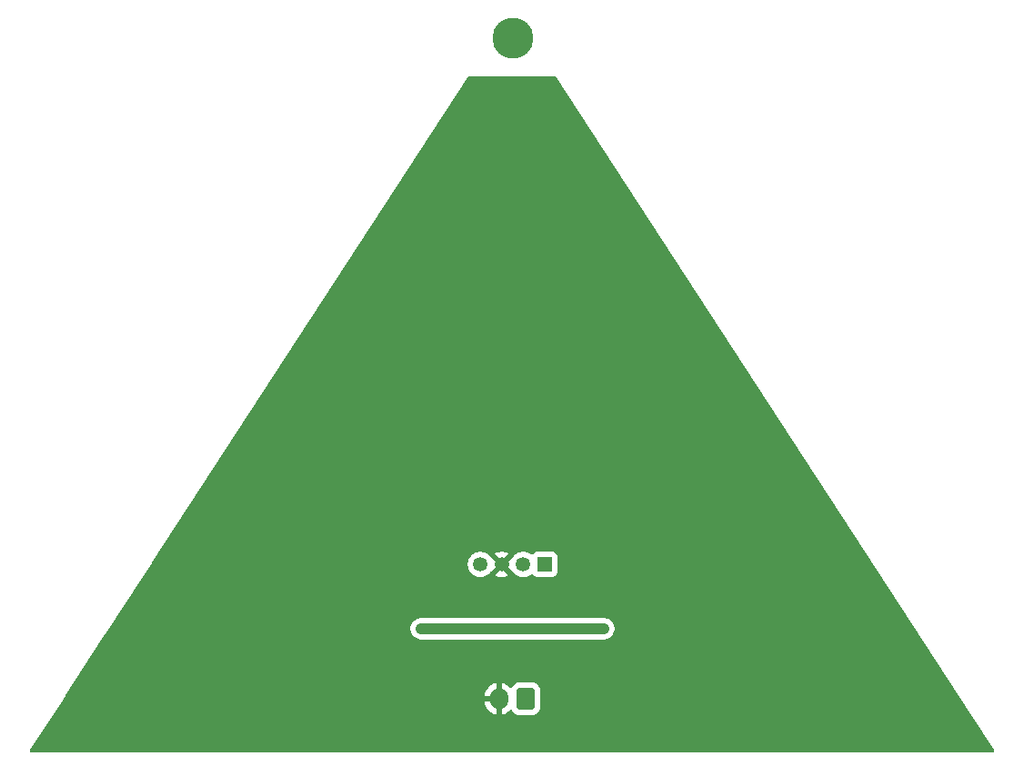
<source format=gbl>
%TF.GenerationSoftware,KiCad,Pcbnew,9.0.5*%
%TF.CreationDate,2025-11-17T06:01:47+03:00*%
%TF.ProjectId,CHRISTMAS_RISC_V,43485249-5354-44d4-9153-5f524953435f,rev?*%
%TF.SameCoordinates,Original*%
%TF.FileFunction,Copper,L2,Bot*%
%TF.FilePolarity,Positive*%
%FSLAX46Y46*%
G04 Gerber Fmt 4.6, Leading zero omitted, Abs format (unit mm)*
G04 Created by KiCad (PCBNEW 9.0.5) date 2025-11-17 06:01:47*
%MOMM*%
%LPD*%
G01*
G04 APERTURE LIST*
G04 Aperture macros list*
%AMRoundRect*
0 Rectangle with rounded corners*
0 $1 Rounding radius*
0 $2 $3 $4 $5 $6 $7 $8 $9 X,Y pos of 4 corners*
0 Add a 4 corners polygon primitive as box body*
4,1,4,$2,$3,$4,$5,$6,$7,$8,$9,$2,$3,0*
0 Add four circle primitives for the rounded corners*
1,1,$1+$1,$2,$3*
1,1,$1+$1,$4,$5*
1,1,$1+$1,$6,$7*
1,1,$1+$1,$8,$9*
0 Add four rect primitives between the rounded corners*
20,1,$1+$1,$2,$3,$4,$5,0*
20,1,$1+$1,$4,$5,$6,$7,0*
20,1,$1+$1,$6,$7,$8,$9,0*
20,1,$1+$1,$8,$9,$2,$3,0*%
G04 Aperture macros list end*
%TA.AperFunction,ComponentPad*%
%ADD10C,3.800000*%
%TD*%
%TA.AperFunction,ComponentPad*%
%ADD11R,1.350000X1.350000*%
%TD*%
%TA.AperFunction,ComponentPad*%
%ADD12C,1.350000*%
%TD*%
%TA.AperFunction,ComponentPad*%
%ADD13RoundRect,0.250000X0.600000X0.750000X-0.600000X0.750000X-0.600000X-0.750000X0.600000X-0.750000X0*%
%TD*%
%TA.AperFunction,ComponentPad*%
%ADD14O,1.700000X2.000000*%
%TD*%
%TA.AperFunction,ViaPad*%
%ADD15C,0.600000*%
%TD*%
%TA.AperFunction,Conductor*%
%ADD16C,1.000000*%
%TD*%
G04 APERTURE END LIST*
D10*
%TO.P,HOLE1,1,1*%
%TO.N,unconnected-(HOLE1-Pad1)*%
X150000000Y-81000000D03*
%TD*%
D11*
%TO.P,XP2,1,1*%
%TO.N,/RST_EXT*%
X153000000Y-130000000D03*
D12*
%TO.P,XP2,2,2*%
%TO.N,VCC5V0*%
X151000000Y-130000000D03*
%TO.P,XP2,3,3*%
%TO.N,GND*%
X149000000Y-130000000D03*
%TO.P,XP2,4,4*%
%TO.N,/SWIO_EXT*%
X147000000Y-130000000D03*
%TD*%
D13*
%TO.P,XP1,1,1*%
%TO.N,VCC5V0*%
X151250000Y-142525000D03*
D14*
%TO.P,XP1,2,2*%
%TO.N,GND*%
X148750000Y-142525000D03*
%TD*%
D15*
%TO.N,GND*%
X127000000Y-129000000D03*
X132000000Y-121000000D03*
X137000000Y-113000000D03*
X142000000Y-105000000D03*
X148000000Y-91000000D03*
X147000000Y-97000000D03*
X153000000Y-93000000D03*
X158000000Y-101000000D03*
X163000000Y-109000000D03*
X168000000Y-117000000D03*
X173000000Y-125000000D03*
X178000000Y-133000000D03*
X122000000Y-137000000D03*
X177000000Y-138500000D03*
X169500000Y-138500000D03*
X162000000Y-138500000D03*
X127000000Y-138500000D03*
X134500000Y-138500000D03*
X142000000Y-138500000D03*
X117000000Y-135000000D03*
%TO.N,VCC5V0*%
X141500000Y-136000000D03*
X143500000Y-136000000D03*
X142500000Y-136000000D03*
X158500000Y-136000000D03*
X157500000Y-136000000D03*
X156500000Y-136000000D03*
%TO.N,GND*%
X178000000Y-127000000D03*
X173000000Y-119000000D03*
X168000000Y-111000000D03*
X163000000Y-103000000D03*
X158000000Y-95000000D03*
X150000000Y-86000000D03*
X142000000Y-95000000D03*
X137000000Y-103000000D03*
X132000000Y-111000000D03*
X127000000Y-119000000D03*
X122000000Y-127000000D03*
X183000000Y-135000000D03*
X175000000Y-143500000D03*
X167500000Y-143500000D03*
X160000000Y-143500000D03*
X125000000Y-143500000D03*
X132500000Y-143500000D03*
X140000000Y-143500000D03*
X151000000Y-119000000D03*
X150000000Y-119000000D03*
X148000000Y-115000000D03*
X148000000Y-113000000D03*
%TD*%
D16*
%TO.N,VCC5V0*%
X142500000Y-136000000D02*
X141500000Y-136000000D01*
X156500000Y-136000000D02*
X142500000Y-136000000D01*
X157500000Y-136000000D02*
X156500000Y-136000000D01*
X158500000Y-136000000D02*
X157500000Y-136000000D01*
%TD*%
%TA.AperFunction,Conductor*%
%TO.N,GND*%
G36*
X153951494Y-84519685D02*
G01*
X153988383Y-84556362D01*
X192690519Y-144025498D01*
X194826987Y-147308363D01*
X194847056Y-147375289D01*
X194827756Y-147442440D01*
X194775215Y-147488497D01*
X194723058Y-147500000D01*
X105180348Y-147500000D01*
X105113309Y-147480315D01*
X105067554Y-147427511D01*
X105057610Y-147358353D01*
X105076419Y-147308363D01*
X108104147Y-142656001D01*
X108356166Y-142268753D01*
X147400000Y-142268753D01*
X147400000Y-142275000D01*
X148316988Y-142275000D01*
X148284075Y-142332007D01*
X148250000Y-142459174D01*
X148250000Y-142590826D01*
X148284075Y-142717993D01*
X148316988Y-142775000D01*
X147400000Y-142775000D01*
X147400000Y-142781246D01*
X147433242Y-142991127D01*
X147433242Y-142991130D01*
X147498904Y-143193217D01*
X147595379Y-143382557D01*
X147720272Y-143554459D01*
X147720276Y-143554464D01*
X147870535Y-143704723D01*
X147870540Y-143704727D01*
X148042442Y-143829620D01*
X148231782Y-143926095D01*
X148433871Y-143991757D01*
X148500000Y-144002231D01*
X148500000Y-142958012D01*
X148557007Y-142990925D01*
X148684174Y-143025000D01*
X148815826Y-143025000D01*
X148942993Y-142990925D01*
X149000000Y-142958012D01*
X149000000Y-144002230D01*
X149066126Y-143991757D01*
X149066129Y-143991757D01*
X149268217Y-143926095D01*
X149457557Y-143829620D01*
X149629458Y-143704728D01*
X149768330Y-143565856D01*
X149829653Y-143532371D01*
X149899345Y-143537355D01*
X149955279Y-143579226D01*
X149961551Y-143588440D01*
X149965185Y-143594331D01*
X149965186Y-143594334D01*
X150057288Y-143743656D01*
X150181344Y-143867712D01*
X150330666Y-143959814D01*
X150497203Y-144014999D01*
X150599991Y-144025500D01*
X151900008Y-144025499D01*
X152002797Y-144014999D01*
X152169334Y-143959814D01*
X152318656Y-143867712D01*
X152442712Y-143743656D01*
X152534814Y-143594334D01*
X152589999Y-143427797D01*
X152600500Y-143325009D01*
X152600499Y-141724992D01*
X152589999Y-141622203D01*
X152534814Y-141455666D01*
X152442712Y-141306344D01*
X152318656Y-141182288D01*
X152169334Y-141090186D01*
X152002797Y-141035001D01*
X152002795Y-141035000D01*
X151900010Y-141024500D01*
X150599998Y-141024500D01*
X150599981Y-141024501D01*
X150497203Y-141035000D01*
X150497200Y-141035001D01*
X150330668Y-141090185D01*
X150330663Y-141090187D01*
X150181342Y-141182289D01*
X150057289Y-141306342D01*
X149961551Y-141461559D01*
X149909603Y-141508283D01*
X149840640Y-141519506D01*
X149776558Y-141491662D01*
X149768331Y-141484143D01*
X149629464Y-141345276D01*
X149629459Y-141345272D01*
X149457557Y-141220379D01*
X149268215Y-141123903D01*
X149066124Y-141058241D01*
X149000000Y-141047768D01*
X149000000Y-142091988D01*
X148942993Y-142059075D01*
X148815826Y-142025000D01*
X148684174Y-142025000D01*
X148557007Y-142059075D01*
X148500000Y-142091988D01*
X148500000Y-141047768D01*
X148499999Y-141047768D01*
X148433875Y-141058241D01*
X148231784Y-141123903D01*
X148042442Y-141220379D01*
X147870540Y-141345272D01*
X147870535Y-141345276D01*
X147720276Y-141495535D01*
X147720272Y-141495540D01*
X147595379Y-141667442D01*
X147498904Y-141856782D01*
X147433242Y-142058869D01*
X147433242Y-142058872D01*
X147400000Y-142268753D01*
X108356166Y-142268753D01*
X108403354Y-142196244D01*
X111809733Y-136962052D01*
X112371699Y-136098543D01*
X140499499Y-136098543D01*
X140537947Y-136291829D01*
X140537950Y-136291839D01*
X140613364Y-136473907D01*
X140613371Y-136473920D01*
X140722860Y-136637781D01*
X140722863Y-136637785D01*
X140862214Y-136777136D01*
X140862218Y-136777139D01*
X141026079Y-136886628D01*
X141026092Y-136886635D01*
X141208160Y-136962049D01*
X141208165Y-136962051D01*
X141208169Y-136962051D01*
X141208170Y-136962052D01*
X141401456Y-137000500D01*
X141401459Y-137000500D01*
X158598543Y-137000500D01*
X158728582Y-136974632D01*
X158791835Y-136962051D01*
X158973914Y-136886632D01*
X159137782Y-136777139D01*
X159277139Y-136637782D01*
X159386632Y-136473914D01*
X159462051Y-136291835D01*
X159500500Y-136098541D01*
X159500500Y-135901459D01*
X159500500Y-135901456D01*
X159462052Y-135708170D01*
X159462051Y-135708169D01*
X159462051Y-135708165D01*
X159462049Y-135708160D01*
X159386635Y-135526092D01*
X159386628Y-135526079D01*
X159277139Y-135362218D01*
X159277136Y-135362214D01*
X159137785Y-135222863D01*
X159137781Y-135222860D01*
X158973920Y-135113371D01*
X158973907Y-135113364D01*
X158791839Y-135037950D01*
X158791829Y-135037947D01*
X158598543Y-134999500D01*
X158598541Y-134999500D01*
X157598541Y-134999500D01*
X156598541Y-134999500D01*
X142598541Y-134999500D01*
X141401459Y-134999500D01*
X141401457Y-134999500D01*
X141208170Y-135037947D01*
X141208160Y-135037950D01*
X141026092Y-135113364D01*
X141026079Y-135113371D01*
X140862218Y-135222860D01*
X140862214Y-135222863D01*
X140722863Y-135362214D01*
X140722860Y-135362218D01*
X140613371Y-135526079D01*
X140613364Y-135526092D01*
X140537950Y-135708160D01*
X140537947Y-135708170D01*
X140499500Y-135901456D01*
X140499500Y-135901459D01*
X140499500Y-136098541D01*
X140499500Y-136098543D01*
X140499499Y-136098543D01*
X112371699Y-136098543D01*
X115594422Y-131146554D01*
X116400800Y-129907486D01*
X145824500Y-129907486D01*
X145824500Y-130092513D01*
X145853445Y-130275265D01*
X145910619Y-130451232D01*
X145910620Y-130451235D01*
X145994622Y-130616096D01*
X146103379Y-130765787D01*
X146234213Y-130896621D01*
X146383904Y-131005378D01*
X146437224Y-131032546D01*
X146548764Y-131089379D01*
X146548767Y-131089380D01*
X146636750Y-131117967D01*
X146724736Y-131146555D01*
X146907486Y-131175500D01*
X146907487Y-131175500D01*
X147092513Y-131175500D01*
X147092514Y-131175500D01*
X147275264Y-131146555D01*
X147451235Y-131089379D01*
X147616096Y-131005378D01*
X147765787Y-130896621D01*
X147896621Y-130765787D01*
X147954112Y-130686656D01*
X147957774Y-130682466D01*
X147974867Y-130671579D01*
X148600000Y-130046446D01*
X148600000Y-130052661D01*
X148627259Y-130154394D01*
X148679920Y-130245606D01*
X148754394Y-130320080D01*
X148845606Y-130372741D01*
X148947339Y-130400000D01*
X148953553Y-130400000D01*
X148363568Y-130989983D01*
X148363568Y-130989984D01*
X148384165Y-131004949D01*
X148548956Y-131088915D01*
X148548959Y-131088916D01*
X148724852Y-131146066D01*
X148907527Y-131175000D01*
X149092473Y-131175000D01*
X149275147Y-131146066D01*
X149451040Y-131088916D01*
X149451043Y-131088915D01*
X149615836Y-131004947D01*
X149615845Y-131004942D01*
X149636430Y-130989984D01*
X149636431Y-130989983D01*
X149046448Y-130400000D01*
X149052661Y-130400000D01*
X149154394Y-130372741D01*
X149245606Y-130320080D01*
X149320080Y-130245606D01*
X149372741Y-130154394D01*
X149400000Y-130052661D01*
X149400000Y-130046447D01*
X150014238Y-130660686D01*
X150049162Y-130691165D01*
X150072207Y-130722883D01*
X150103379Y-130765787D01*
X150234213Y-130896621D01*
X150383904Y-131005378D01*
X150437224Y-131032546D01*
X150548764Y-131089379D01*
X150548767Y-131089380D01*
X150636750Y-131117967D01*
X150724736Y-131146555D01*
X150907486Y-131175500D01*
X150907487Y-131175500D01*
X151092513Y-131175500D01*
X151092514Y-131175500D01*
X151275264Y-131146555D01*
X151451235Y-131089379D01*
X151616096Y-131005378D01*
X151731608Y-130921453D01*
X151797412Y-130897974D01*
X151865466Y-130913799D01*
X151903758Y-130947460D01*
X151967455Y-131032547D01*
X152082664Y-131118793D01*
X152082671Y-131118797D01*
X152217517Y-131169091D01*
X152217516Y-131169091D01*
X152224444Y-131169835D01*
X152277127Y-131175500D01*
X153722872Y-131175499D01*
X153782483Y-131169091D01*
X153917331Y-131118796D01*
X154032546Y-131032546D01*
X154118796Y-130917331D01*
X154169091Y-130782483D01*
X154175500Y-130722873D01*
X154175499Y-129277128D01*
X154169091Y-129217517D01*
X154155775Y-129181816D01*
X154118797Y-129082671D01*
X154118793Y-129082664D01*
X154032547Y-128967455D01*
X154032544Y-128967452D01*
X153917335Y-128881206D01*
X153917328Y-128881202D01*
X153782482Y-128830908D01*
X153782483Y-128830908D01*
X153722883Y-128824501D01*
X153722881Y-128824500D01*
X153722873Y-128824500D01*
X153722864Y-128824500D01*
X152277129Y-128824500D01*
X152277123Y-128824501D01*
X152217516Y-128830908D01*
X152082671Y-128881202D01*
X152082664Y-128881206D01*
X151967455Y-128967452D01*
X151903758Y-129052539D01*
X151847823Y-129094410D01*
X151778132Y-129099393D01*
X151731607Y-129078545D01*
X151616099Y-128994624D01*
X151616098Y-128994623D01*
X151616096Y-128994622D01*
X151562772Y-128967452D01*
X151451235Y-128910620D01*
X151451232Y-128910619D01*
X151275265Y-128853445D01*
X151132972Y-128830908D01*
X151092514Y-128824500D01*
X150907486Y-128824500D01*
X150867028Y-128830908D01*
X150724734Y-128853445D01*
X150548767Y-128910619D01*
X150548764Y-128910620D01*
X150383903Y-128994622D01*
X150304188Y-129052539D01*
X150234213Y-129103379D01*
X150234211Y-129103381D01*
X150234210Y-129103381D01*
X150103378Y-129234213D01*
X150049163Y-129308833D01*
X150029745Y-129323805D01*
X149400000Y-129953551D01*
X149400000Y-129947339D01*
X149372741Y-129845606D01*
X149320080Y-129754394D01*
X149245606Y-129679920D01*
X149154394Y-129627259D01*
X149052661Y-129600000D01*
X149046447Y-129600000D01*
X149636431Y-129010016D01*
X149636430Y-129010015D01*
X149615834Y-128995050D01*
X149451043Y-128911084D01*
X149451040Y-128911083D01*
X149275147Y-128853933D01*
X149092473Y-128825000D01*
X148907527Y-128825000D01*
X148724852Y-128853933D01*
X148548959Y-128911083D01*
X148548956Y-128911084D01*
X148384167Y-128995049D01*
X148363568Y-129010015D01*
X148953554Y-129600000D01*
X148947339Y-129600000D01*
X148845606Y-129627259D01*
X148754394Y-129679920D01*
X148679920Y-129754394D01*
X148627259Y-129845606D01*
X148600000Y-129947339D01*
X148600000Y-129953552D01*
X147988310Y-129341862D01*
X147987844Y-129341491D01*
X147984541Y-129340536D01*
X147972885Y-129329573D01*
X147957773Y-129317532D01*
X147954109Y-129313338D01*
X147896621Y-129234213D01*
X147765787Y-129103379D01*
X147616096Y-128994622D01*
X147562778Y-128967455D01*
X147451235Y-128910620D01*
X147451232Y-128910619D01*
X147275265Y-128853445D01*
X147132972Y-128830908D01*
X147092514Y-128824500D01*
X146907486Y-128824500D01*
X146867028Y-128830908D01*
X146724734Y-128853445D01*
X146548767Y-128910619D01*
X146548764Y-128910620D01*
X146383903Y-128994622D01*
X146304188Y-129052539D01*
X146234213Y-129103379D01*
X146234211Y-129103381D01*
X146234210Y-129103381D01*
X146103381Y-129234210D01*
X146103381Y-129234211D01*
X146103379Y-129234213D01*
X146072199Y-129277129D01*
X145994622Y-129383903D01*
X145910620Y-129548764D01*
X145910619Y-129548767D01*
X145853445Y-129724734D01*
X145824500Y-129907486D01*
X116400800Y-129907486D01*
X116447988Y-129834977D01*
X145915022Y-84556363D01*
X145968087Y-84510912D01*
X146018951Y-84500000D01*
X153884455Y-84500000D01*
X153951494Y-84519685D01*
G37*
%TD.AperFunction*%
%TD*%
M02*

</source>
